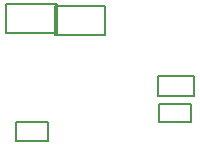
<source format=gbr>
G04*
G04 #@! TF.GenerationSoftware,Altium Limited,Altium Designer,23.3.1 (30)*
G04*
G04 Layer_Color=16711935*
%FSLAX25Y25*%
%MOIN*%
G70*
G04*
G04 #@! TF.SameCoordinates,9E9A1B20-5B00-4279-B210-449FD35A5861*
G04*
G04*
G04 #@! TF.FilePolarity,Positive*
G04*
G01*
G75*
%ADD10C,0.00787*%
D10*
X238255Y189901D02*
Y196003D01*
X227601Y189901D02*
X238255D01*
X227601D02*
Y196003D01*
X238255D01*
X180029Y183578D02*
Y190074D01*
X190684D01*
Y183578D02*
Y190074D01*
X180029Y183578D02*
X190684D01*
X192910Y218856D02*
Y228550D01*
X209863D01*
Y218856D02*
Y228550D01*
X192910Y218856D02*
X209863D01*
X239483Y198698D02*
Y205194D01*
X227279Y198698D02*
X239483D01*
X227279D02*
Y205194D01*
X239483D01*
X176718Y219553D02*
Y229247D01*
X193672D01*
Y219553D02*
Y229247D01*
X176718Y219553D02*
X193672D01*
M02*

</source>
